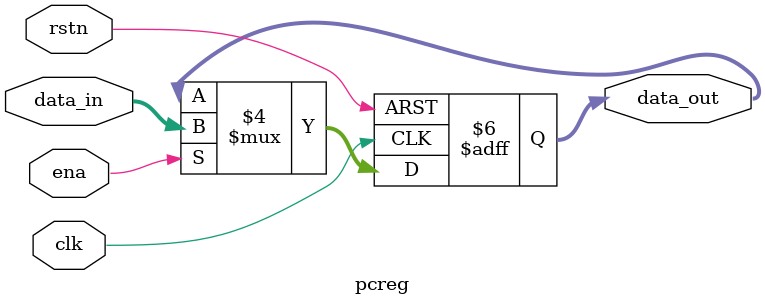
<source format=v>
module pcreg (
    input clk,
    input rstn,
    input ena,
    input [31:0] data_in,
    output reg [31:0] data_out
);

always @(posedge clk or negedge rstn) 
begin
    if(rstn==1'b0)
        data_out<=32'b0;
    else if(ena==1'b1)
        data_out<=data_in;
end

endmodule //pcreg
</source>
